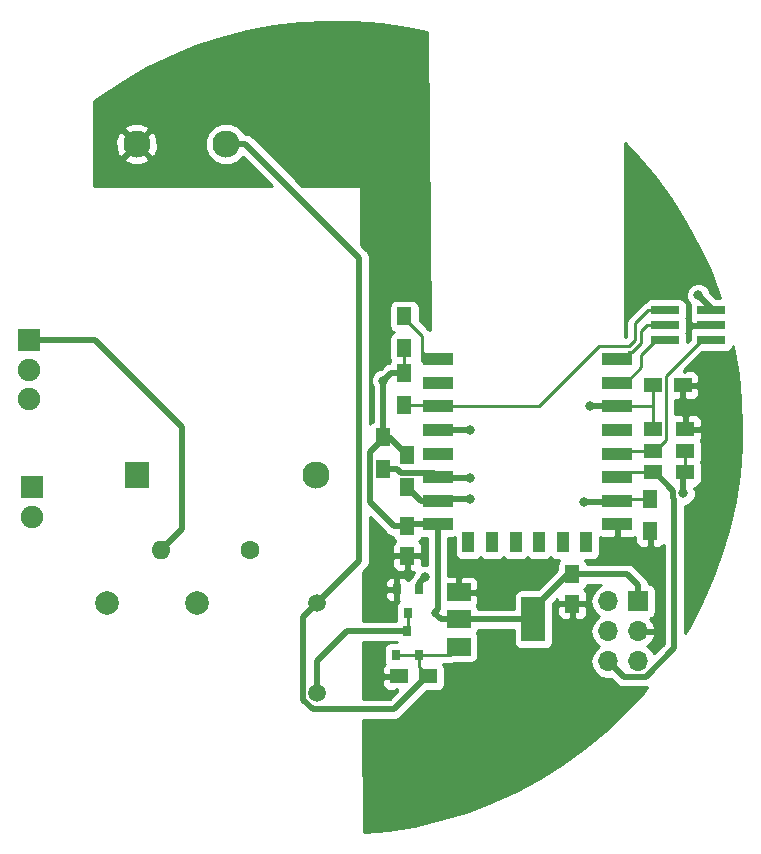
<source format=gbr>
G04 #@! TF.GenerationSoftware,KiCad,Pcbnew,(5.0.2)-1*
G04 #@! TF.CreationDate,2020-01-19T23:31:25+01:00*
G04 #@! TF.ProjectId,loftrelayRound,6c6f6674-7265-46c6-9179-526f756e642e,rev?*
G04 #@! TF.SameCoordinates,Original*
G04 #@! TF.FileFunction,Copper,L1,Top*
G04 #@! TF.FilePolarity,Positive*
%FSLAX46Y46*%
G04 Gerber Fmt 4.6, Leading zero omitted, Abs format (unit mm)*
G04 Created by KiCad (PCBNEW (5.0.2)-1) date 19/01/2020 23:31:25*
%MOMM*%
%LPD*%
G01*
G04 APERTURE LIST*
G04 #@! TA.AperFunction,ComponentPad*
%ADD10O,1.600000X1.600000*%
G04 #@! TD*
G04 #@! TA.AperFunction,ComponentPad*
%ADD11C,1.600000*%
G04 #@! TD*
G04 #@! TA.AperFunction,SMDPad,CuDef*
%ADD12R,1.500000X1.250000*%
G04 #@! TD*
G04 #@! TA.AperFunction,SMDPad,CuDef*
%ADD13R,1.250000X1.500000*%
G04 #@! TD*
G04 #@! TA.AperFunction,SMDPad,CuDef*
%ADD14R,1.300000X1.500000*%
G04 #@! TD*
G04 #@! TA.AperFunction,SMDPad,CuDef*
%ADD15R,1.500000X1.300000*%
G04 #@! TD*
G04 #@! TA.AperFunction,SMDPad,CuDef*
%ADD16R,2.500000X1.000000*%
G04 #@! TD*
G04 #@! TA.AperFunction,SMDPad,CuDef*
%ADD17R,1.000000X1.800000*%
G04 #@! TD*
G04 #@! TA.AperFunction,SMDPad,CuDef*
%ADD18R,0.800000X0.900000*%
G04 #@! TD*
G04 #@! TA.AperFunction,ComponentPad*
%ADD19C,1.520000*%
G04 #@! TD*
G04 #@! TA.AperFunction,ComponentPad*
%ADD20C,2.000000*%
G04 #@! TD*
G04 #@! TA.AperFunction,ComponentPad*
%ADD21C,2.300000*%
G04 #@! TD*
G04 #@! TA.AperFunction,ComponentPad*
%ADD22R,2.000000X2.300000*%
G04 #@! TD*
G04 #@! TA.AperFunction,SMDPad,CuDef*
%ADD23R,2.000000X3.800000*%
G04 #@! TD*
G04 #@! TA.AperFunction,SMDPad,CuDef*
%ADD24R,2.000000X1.500000*%
G04 #@! TD*
G04 #@! TA.AperFunction,SMDPad,CuDef*
%ADD25R,2.400000X0.740000*%
G04 #@! TD*
G04 #@! TA.AperFunction,ComponentPad*
%ADD26C,1.900000*%
G04 #@! TD*
G04 #@! TA.AperFunction,ComponentPad*
%ADD27R,1.900000X1.900000*%
G04 #@! TD*
G04 #@! TA.AperFunction,ComponentPad*
%ADD28O,1.700000X1.700000*%
G04 #@! TD*
G04 #@! TA.AperFunction,ComponentPad*
%ADD29R,1.700000X1.700000*%
G04 #@! TD*
G04 #@! TA.AperFunction,ViaPad*
%ADD30C,0.800000*%
G04 #@! TD*
G04 #@! TA.AperFunction,Conductor*
%ADD31C,0.508000*%
G04 #@! TD*
G04 #@! TA.AperFunction,Conductor*
%ADD32C,0.254000*%
G04 #@! TD*
G04 APERTURE END LIST*
D10*
G04 #@! TO.P,C1,2*
G04 #@! TO.N,Net-(C1-Pad2)*
X134105000Y-128270000D03*
D11*
G04 #@! TO.P,C1,1*
G04 #@! TO.N,Net-(C1-Pad1)*
X141605000Y-128270000D03*
G04 #@! TD*
D12*
G04 #@! TO.P,C2,2*
G04 #@! TO.N,GNDD*
X154218000Y-138938000D03*
G04 #@! TO.P,C2,1*
G04 #@! TO.N,+5V*
X156718000Y-138938000D03*
G04 #@! TD*
D13*
G04 #@! TO.P,C3,1*
G04 #@! TO.N,+3V3*
X154940000Y-126238000D03*
G04 #@! TO.P,C3,2*
G04 #@! TO.N,GNDD*
X154940000Y-128738000D03*
G04 #@! TD*
G04 #@! TO.P,C4,2*
G04 #@! TO.N,GNDD*
X168910000Y-132802000D03*
G04 #@! TO.P,C4,1*
G04 #@! TO.N,+3V3*
X168910000Y-130302000D03*
G04 #@! TD*
D14*
G04 #@! TO.P,R3,2*
G04 #@! TO.N,+3V3*
X154686000Y-113284000D03*
G04 #@! TO.P,R3,1*
G04 #@! TO.N,/EN*
X154686000Y-115984000D03*
G04 #@! TD*
G04 #@! TO.P,R4,1*
G04 #@! TO.N,Net-(R4-Pad1)*
X154686000Y-108458000D03*
G04 #@! TO.P,R4,2*
G04 #@! TO.N,+3V3*
X154686000Y-111158000D03*
G04 #@! TD*
D15*
G04 #@! TO.P,R5,1*
G04 #@! TO.N,/D0*
X175768000Y-119888000D03*
G04 #@! TO.P,R5,2*
G04 #@! TO.N,+3V3*
X178468000Y-119888000D03*
G04 #@! TD*
D14*
G04 #@! TO.P,R6,2*
G04 #@! TO.N,Net-(Q1-Pad1)*
X175514000Y-123952000D03*
G04 #@! TO.P,R6,1*
G04 #@! TO.N,GNDD*
X175514000Y-126652000D03*
G04 #@! TD*
D15*
G04 #@! TO.P,R7,1*
G04 #@! TO.N,Net-(J3-Pad6)*
X175768000Y-121666000D03*
G04 #@! TO.P,R7,2*
G04 #@! TO.N,+3V3*
X178468000Y-121666000D03*
G04 #@! TD*
D16*
G04 #@! TO.P,U4,1*
G04 #@! TO.N,Net-(R4-Pad1)*
X157500000Y-112070000D03*
G04 #@! TO.P,U4,2*
G04 #@! TO.N,N/C*
X157500000Y-114070000D03*
G04 #@! TO.P,U4,3*
G04 #@! TO.N,/EN*
X157500000Y-116070000D03*
G04 #@! TO.P,U4,4*
G04 #@! TO.N,Net-(J3-Pad2)*
X157500000Y-118070000D03*
G04 #@! TO.P,U4,5*
G04 #@! TO.N,N/C*
X157500000Y-120070000D03*
G04 #@! TO.P,U4,6*
G04 #@! TO.N,Net-(J3-Pad4)*
X157500000Y-122070000D03*
G04 #@! TO.P,U4,7*
G04 #@! TO.N,Net-(J3-Pad5)*
X157500000Y-124070000D03*
G04 #@! TO.P,U4,8*
G04 #@! TO.N,+3V3*
X157500000Y-126070000D03*
D17*
G04 #@! TO.P,U4,9*
G04 #@! TO.N,N/C*
X160100000Y-127570000D03*
G04 #@! TO.P,U4,10*
X162100000Y-127570000D03*
G04 #@! TO.P,U4,11*
X164100000Y-127570000D03*
G04 #@! TO.P,U4,12*
X166100000Y-127570000D03*
G04 #@! TO.P,U4,13*
X168100000Y-127570000D03*
G04 #@! TO.P,U4,14*
X170100000Y-127570000D03*
D16*
G04 #@! TO.P,U4,15*
G04 #@! TO.N,GNDD*
X172700000Y-126070000D03*
G04 #@! TO.P,U4,16*
G04 #@! TO.N,Net-(Q1-Pad1)*
X172700000Y-124070000D03*
G04 #@! TO.P,U4,17*
G04 #@! TO.N,Net-(J3-Pad6)*
X172700000Y-122070000D03*
G04 #@! TO.P,U4,18*
G04 #@! TO.N,/D0*
X172700000Y-120070000D03*
G04 #@! TO.P,U4,19*
G04 #@! TO.N,N/C*
X172700000Y-118070000D03*
G04 #@! TO.P,U4,20*
G04 #@! TO.N,/Opto*
X172700000Y-116070000D03*
G04 #@! TO.P,U4,21*
G04 #@! TO.N,/RX*
X172700000Y-114070000D03*
G04 #@! TO.P,U4,22*
G04 #@! TO.N,/TX*
X172700000Y-112070000D03*
G04 #@! TD*
D18*
G04 #@! TO.P,Q1,3*
G04 #@! TO.N,Net-(D1-Pad3)*
X155006000Y-133572000D03*
G04 #@! TO.P,Q1,2*
G04 #@! TO.N,GNDD*
X154056000Y-131572000D03*
G04 #@! TO.P,Q1,1*
G04 #@! TO.N,Net-(Q1-Pad1)*
X155956000Y-131572000D03*
G04 #@! TD*
D19*
G04 #@! TO.P,K1,5*
G04 #@! TO.N,Net-(D1-Pad3)*
X147320000Y-140335000D03*
D20*
G04 #@! TO.P,K1,3*
G04 #@! TO.N,Net-(J2-Pad2)*
X129540000Y-132715000D03*
G04 #@! TO.P,K1,2*
G04 #@! TO.N,Net-(F1-Pad1)*
X137160000Y-132715000D03*
D19*
G04 #@! TO.P,K1,1*
G04 #@! TO.N,+5V*
X147320000Y-132715000D03*
G04 #@! TD*
D12*
G04 #@! TO.P,C5,2*
G04 #@! TO.N,GNDD*
X178268000Y-114300000D03*
G04 #@! TO.P,C5,1*
G04 #@! TO.N,/Opto*
X175768000Y-114300000D03*
G04 #@! TD*
D21*
G04 #@! TO.P,PS1,3*
G04 #@! TO.N,GNDD*
X132010001Y-93874999D03*
D22*
G04 #@! TO.P,PS1,1*
G04 #@! TO.N,Net-(D2-Pad2)*
X132010001Y-121874999D03*
D21*
G04 #@! TO.P,PS1,2*
G04 #@! TO.N,Net-(F1-Pad1)*
X147210001Y-121874999D03*
G04 #@! TO.P,PS1,4*
G04 #@! TO.N,+5V*
X139610001Y-93874999D03*
G04 #@! TD*
D15*
G04 #@! TO.P,R8,2*
G04 #@! TO.N,/Opto*
X175768000Y-118000000D03*
G04 #@! TO.P,R8,1*
G04 #@! TO.N,GNDD*
X178468000Y-118000000D03*
G04 #@! TD*
D23*
G04 #@! TO.P,U1,2*
G04 #@! TO.N,+3V3*
X165608000Y-134112000D03*
D24*
X159308000Y-134112000D03*
G04 #@! TO.P,U1,3*
G04 #@! TO.N,+5V*
X159308000Y-136412000D03*
G04 #@! TO.P,U1,1*
G04 #@! TO.N,GNDD*
X159308000Y-131812000D03*
G04 #@! TD*
D18*
G04 #@! TO.P,D1,1*
G04 #@! TO.N,+5V*
X153990000Y-137128000D03*
G04 #@! TO.P,D1,2*
X155890000Y-137128000D03*
G04 #@! TO.P,D1,3*
G04 #@! TO.N,Net-(D1-Pad3)*
X154940000Y-135128000D03*
G04 #@! TD*
D25*
G04 #@! TO.P,J4,6*
G04 #@! TO.N,/D0*
X180684000Y-110490000D03*
G04 #@! TO.P,J4,5*
G04 #@! TO.N,/RX*
X176784000Y-110490000D03*
G04 #@! TO.P,J4,4*
G04 #@! TO.N,GNDD*
X180684000Y-109220000D03*
G04 #@! TO.P,J4,3*
G04 #@! TO.N,/TX*
X176784000Y-109220000D03*
G04 #@! TO.P,J4,2*
G04 #@! TO.N,+3V3*
X180684000Y-107950000D03*
G04 #@! TO.P,J4,1*
G04 #@! TO.N,/EN*
X176784000Y-107950000D03*
G04 #@! TD*
D26*
G04 #@! TO.P,J1,3*
G04 #@! TO.N,Net-(D2-Pad2)*
X122936000Y-115490000D03*
G04 #@! TO.P,J1,2*
G04 #@! TO.N,Net-(F1-Pad2)*
X122936000Y-112990000D03*
D27*
G04 #@! TO.P,J1,1*
G04 #@! TO.N,Net-(C1-Pad2)*
X122936000Y-110490000D03*
G04 #@! TD*
D26*
G04 #@! TO.P,J2,2*
G04 #@! TO.N,Net-(J2-Pad2)*
X123190000Y-125436000D03*
D27*
G04 #@! TO.P,J2,1*
G04 #@! TO.N,Net-(D2-Pad2)*
X123190000Y-122936000D03*
G04 #@! TD*
D28*
G04 #@! TO.P,J3,6*
G04 #@! TO.N,Net-(J3-Pad6)*
X171958000Y-137668000D03*
G04 #@! TO.P,J3,5*
G04 #@! TO.N,Net-(J3-Pad5)*
X174498000Y-137668000D03*
G04 #@! TO.P,J3,4*
G04 #@! TO.N,Net-(J3-Pad4)*
X171958000Y-135128000D03*
G04 #@! TO.P,J3,3*
G04 #@! TO.N,GNDD*
X174498000Y-135128000D03*
G04 #@! TO.P,J3,2*
G04 #@! TO.N,Net-(J3-Pad2)*
X171958000Y-132588000D03*
D29*
G04 #@! TO.P,J3,1*
G04 #@! TO.N,+3V3*
X174498000Y-132588000D03*
G04 #@! TD*
D14*
G04 #@! TO.P,R9,2*
G04 #@! TO.N,+3V3*
X152908000Y-118712000D03*
G04 #@! TO.P,R9,1*
G04 #@! TO.N,Net-(J3-Pad4)*
X152908000Y-121412000D03*
G04 #@! TD*
G04 #@! TO.P,R10,1*
G04 #@! TO.N,Net-(J3-Pad5)*
X154940000Y-122936000D03*
G04 #@! TO.P,R10,2*
G04 #@! TO.N,+3V3*
X154940000Y-120236000D03*
G04 #@! TD*
D30*
G04 #@! TO.N,GNDD*
X161544000Y-132588000D03*
X175910453Y-128609793D03*
X182118000Y-112014000D03*
X178054000Y-106426000D03*
X152654000Y-128016000D03*
X152400000Y-137668000D03*
X167386000Y-137922000D03*
G04 #@! TO.N,+3V3*
X178308000Y-123444000D03*
X179578000Y-106680000D03*
X152908000Y-113904000D03*
G04 #@! TO.N,Net-(J3-Pad2)*
X160274000Y-118110000D03*
G04 #@! TO.N,/Opto*
X170434000Y-116078000D03*
G04 #@! TO.N,Net-(Q1-Pad1)*
X156464000Y-130556000D03*
X169926000Y-124206000D03*
G04 #@! TO.N,Net-(J3-Pad5)*
X160274000Y-123952000D03*
G04 #@! TO.N,Net-(J3-Pad4)*
X160274000Y-122174000D03*
G04 #@! TD*
D31*
G04 #@! TO.N,Net-(C1-Pad2)*
X135890000Y-126485000D02*
X134105000Y-128270000D01*
X135890000Y-117856000D02*
X135890000Y-126485000D01*
X122936000Y-110490000D02*
X128524000Y-110490000D01*
X128524000Y-110490000D02*
X135890000Y-117856000D01*
D32*
G04 #@! TO.N,+3V3*
X154686000Y-111158000D02*
X154686000Y-113284000D01*
X178468000Y-119888000D02*
X178468000Y-121666000D01*
D31*
X155108000Y-126070000D02*
X154940000Y-126238000D01*
X157500000Y-126070000D02*
X155108000Y-126070000D01*
X159308000Y-134112000D02*
X165608000Y-134112000D01*
X168518000Y-130302000D02*
X168910000Y-130302000D01*
X165608000Y-133212000D02*
X168518000Y-130302000D01*
X165608000Y-134112000D02*
X165608000Y-133212000D01*
X157800000Y-134112000D02*
X157226000Y-133538000D01*
X159308000Y-134112000D02*
X157800000Y-134112000D01*
X157500000Y-133264000D02*
X157500000Y-126070000D01*
X157226000Y-133538000D02*
X157500000Y-133264000D01*
X174498000Y-131230000D02*
X174498000Y-132588000D01*
X173570000Y-130302000D02*
X174498000Y-131230000D01*
X168910000Y-130302000D02*
X173570000Y-130302000D01*
X153416000Y-118712000D02*
X154940000Y-120236000D01*
X152908000Y-118712000D02*
X153416000Y-118712000D01*
X153528000Y-113284000D02*
X154686000Y-113284000D01*
X152908000Y-113904000D02*
X153528000Y-113284000D01*
X152908000Y-118712000D02*
X152908000Y-113904000D01*
X152908000Y-118812000D02*
X152908000Y-118712000D01*
X151750000Y-119970000D02*
X152908000Y-118812000D01*
X151750000Y-124181000D02*
X151750000Y-119970000D01*
X153807000Y-126238000D02*
X151750000Y-124181000D01*
X154940000Y-126238000D02*
X153807000Y-126238000D01*
X178308000Y-121826000D02*
X178468000Y-121666000D01*
X178308000Y-123444000D02*
X178308000Y-121826000D01*
X180684000Y-107950000D02*
X180684000Y-107786000D01*
X180684000Y-107786000D02*
X179578000Y-106680000D01*
G04 #@! TO.N,Net-(J3-Pad2)*
X157540000Y-118110000D02*
X157500000Y-118070000D01*
X160274000Y-118110000D02*
X157540000Y-118110000D01*
D32*
G04 #@! TO.N,/Opto*
X175768000Y-114300000D02*
X175220000Y-114300000D01*
X175760000Y-116070000D02*
X175768000Y-116078000D01*
X172700000Y-116070000D02*
X175760000Y-116070000D01*
X175768000Y-114300000D02*
X175768000Y-116078000D01*
X175768000Y-116078000D02*
X175768000Y-118000000D01*
D31*
X172700000Y-116070000D02*
X170442000Y-116070000D01*
X170442000Y-116070000D02*
X170434000Y-116078000D01*
D32*
G04 #@! TO.N,Net-(R4-Pad1)*
X156774000Y-112070000D02*
X156210000Y-111506000D01*
X157500000Y-112070000D02*
X156774000Y-112070000D01*
X154686000Y-108558000D02*
X156210000Y-110082000D01*
X154686000Y-108458000D02*
X154686000Y-108558000D01*
X156210000Y-110082000D02*
X156210000Y-112268000D01*
X157302000Y-112268000D02*
X157500000Y-112070000D01*
X156210000Y-112268000D02*
X157302000Y-112268000D01*
G04 #@! TO.N,Net-(Q1-Pad1)*
X172818000Y-123952000D02*
X172700000Y-124070000D01*
X175514000Y-123952000D02*
X172818000Y-123952000D01*
D31*
X155956000Y-131572000D02*
X155956000Y-131064000D01*
X155956000Y-131064000D02*
X156464000Y-130556000D01*
X172564000Y-124206000D02*
X172700000Y-124070000D01*
X169926000Y-124206000D02*
X172564000Y-124206000D01*
D32*
G04 #@! TO.N,Net-(J3-Pad6)*
X173104000Y-121666000D02*
X172700000Y-122070000D01*
X175768000Y-121666000D02*
X173104000Y-121666000D01*
G04 #@! TO.N,+5V*
X153990000Y-137128000D02*
X156178000Y-137128000D01*
X156178000Y-137128000D02*
X155890000Y-137128000D01*
X155890000Y-138110000D02*
X156718000Y-138938000D01*
X155890000Y-137128000D02*
X155890000Y-138110000D01*
X158592000Y-137128000D02*
X159308000Y-136412000D01*
X155890000Y-137128000D02*
X158592000Y-137128000D01*
D31*
X146105999Y-140917721D02*
X146920278Y-141732000D01*
X147320000Y-132715000D02*
X146105999Y-133929001D01*
X146105999Y-133929001D02*
X146105999Y-140917721D01*
X156593000Y-138938000D02*
X156718000Y-138938000D01*
X153799000Y-141732000D02*
X156593000Y-138938000D01*
X146920278Y-141732000D02*
X153799000Y-141732000D01*
X141236346Y-93874999D02*
X150876000Y-103514653D01*
X139610001Y-93874999D02*
X141236346Y-93874999D01*
X150876000Y-129159000D02*
X147320000Y-132715000D01*
X150876000Y-103514653D02*
X150876000Y-129159000D01*
D32*
G04 #@! TO.N,/TX*
X172700000Y-112070000D02*
X173172000Y-112070000D01*
X173172000Y-112070000D02*
X173736000Y-111506000D01*
X173736000Y-111506000D02*
X173990000Y-111506000D01*
X173990000Y-111506000D02*
X174752000Y-110744000D01*
X174752000Y-110744000D02*
X174752000Y-109728000D01*
X175260000Y-109220000D02*
X176784000Y-109220000D01*
X174752000Y-109728000D02*
X175260000Y-109220000D01*
G04 #@! TO.N,/EN*
X175330000Y-107950000D02*
X174244000Y-109036000D01*
X176784000Y-107950000D02*
X175330000Y-107950000D01*
X174244000Y-109036000D02*
X174244000Y-110490000D01*
X174244000Y-110490000D02*
X173736000Y-110998000D01*
X173736000Y-110998000D02*
X171196000Y-110998000D01*
X166124000Y-116070000D02*
X157500000Y-116070000D01*
X171196000Y-110998000D02*
X166124000Y-116070000D01*
X157414000Y-115984000D02*
X157500000Y-116070000D01*
X154686000Y-115984000D02*
X157414000Y-115984000D01*
G04 #@! TO.N,Net-(D1-Pad3)*
X155006000Y-135062000D02*
X154940000Y-135128000D01*
X155006000Y-133572000D02*
X155006000Y-135062000D01*
D31*
X147320000Y-140335000D02*
X147320000Y-137668000D01*
X149860000Y-135128000D02*
X154940000Y-135128000D01*
X147320000Y-137668000D02*
X149860000Y-135128000D01*
D32*
G04 #@! TO.N,/D0*
X172882000Y-119888000D02*
X172700000Y-120070000D01*
X175768000Y-119888000D02*
X172882000Y-119888000D01*
X175868000Y-119888000D02*
X175768000Y-119888000D01*
X176845001Y-118910999D02*
X175868000Y-119888000D01*
X176845001Y-113498999D02*
X176845001Y-118910999D01*
X179854000Y-110490000D02*
X176845001Y-113498999D01*
X180684000Y-110490000D02*
X179854000Y-110490000D01*
G04 #@! TO.N,/RX*
X175954000Y-110490000D02*
X176784000Y-110490000D01*
X174752000Y-111692000D02*
X175954000Y-110490000D01*
X174752000Y-112768000D02*
X174752000Y-111692000D01*
X173450000Y-114070000D02*
X174752000Y-112768000D01*
X172700000Y-114070000D02*
X173450000Y-114070000D01*
D31*
G04 #@! TO.N,Net-(J3-Pad6)*
X175123921Y-138972001D02*
X177546000Y-136549922D01*
X171958000Y-137668000D02*
X173262001Y-138972001D01*
X177453999Y-123853921D02*
X177453999Y-123251999D01*
X177453999Y-123251999D02*
X175868000Y-121666000D01*
X177546000Y-123945922D02*
X177453999Y-123853921D01*
X175868000Y-121666000D02*
X175768000Y-121666000D01*
X177546000Y-136549922D02*
X177546000Y-123945922D01*
X173262001Y-138972001D02*
X175123921Y-138972001D01*
G04 #@! TO.N,Net-(J3-Pad5)*
X156074000Y-124070000D02*
X157500000Y-124070000D01*
X154940000Y-122936000D02*
X156074000Y-124070000D01*
X157618000Y-123952000D02*
X157500000Y-124070000D01*
X160274000Y-123952000D02*
X157618000Y-123952000D01*
G04 #@! TO.N,Net-(J3-Pad4)*
X157161999Y-121731999D02*
X157500000Y-122070000D01*
X154385999Y-121731999D02*
X157161999Y-121731999D01*
X154066000Y-121412000D02*
X154385999Y-121731999D01*
X152908000Y-121412000D02*
X154066000Y-121412000D01*
X157604000Y-122174000D02*
X157500000Y-122070000D01*
X160274000Y-122174000D02*
X157604000Y-122174000D01*
G04 #@! TD*
D32*
G04 #@! TO.N,GNDD*
G36*
X170887375Y-131517375D02*
X170559161Y-132008582D01*
X170443908Y-132588000D01*
X170559161Y-133167418D01*
X170887375Y-133658625D01*
X171185761Y-133858000D01*
X170887375Y-134057375D01*
X170559161Y-134548582D01*
X170443908Y-135128000D01*
X170559161Y-135707418D01*
X170887375Y-136198625D01*
X171185761Y-136398000D01*
X170887375Y-136597375D01*
X170559161Y-137088582D01*
X170443908Y-137668000D01*
X170559161Y-138247418D01*
X170887375Y-138738625D01*
X171378582Y-139066839D01*
X171811744Y-139153000D01*
X172104256Y-139153000D01*
X172172241Y-139139477D01*
X172571472Y-139538708D01*
X172621068Y-139612934D01*
X172915131Y-139809420D01*
X173174445Y-139861001D01*
X173174446Y-139861001D01*
X173262001Y-139878417D01*
X173349556Y-139861001D01*
X175036366Y-139861001D01*
X175123921Y-139878417D01*
X175211476Y-139861001D01*
X175211477Y-139861001D01*
X175222911Y-139858727D01*
X174858135Y-140310799D01*
X173312775Y-141985490D01*
X171659824Y-143554081D01*
X169906551Y-145009677D01*
X168060664Y-146345876D01*
X166130280Y-147556804D01*
X164123888Y-148637135D01*
X162050309Y-149582119D01*
X159918661Y-150387602D01*
X157738316Y-151050041D01*
X155518863Y-151566524D01*
X153270061Y-151934779D01*
X151254581Y-152128848D01*
X151210766Y-142621000D01*
X153711445Y-142621000D01*
X153799000Y-142638416D01*
X153886555Y-142621000D01*
X153886556Y-142621000D01*
X154145870Y-142569419D01*
X154439933Y-142372933D01*
X154489531Y-142298704D01*
X156577796Y-140210440D01*
X157468000Y-140210440D01*
X157715765Y-140161157D01*
X157925809Y-140020809D01*
X158066157Y-139810765D01*
X158115440Y-139563000D01*
X158115440Y-138313000D01*
X158066157Y-138065235D01*
X157949068Y-137890000D01*
X158516957Y-137890000D01*
X158592000Y-137904927D01*
X158667043Y-137890000D01*
X158667048Y-137890000D01*
X158889317Y-137845788D01*
X158943716Y-137809440D01*
X160308000Y-137809440D01*
X160555765Y-137760157D01*
X160765809Y-137619809D01*
X160906157Y-137409765D01*
X160955440Y-137162000D01*
X160955440Y-135662000D01*
X160906157Y-135414235D01*
X160804436Y-135262000D01*
X160906157Y-135109765D01*
X160927791Y-135001000D01*
X163960560Y-135001000D01*
X163960560Y-136012000D01*
X164009843Y-136259765D01*
X164150191Y-136469809D01*
X164360235Y-136610157D01*
X164608000Y-136659440D01*
X166608000Y-136659440D01*
X166855765Y-136610157D01*
X167065809Y-136469809D01*
X167206157Y-136259765D01*
X167255440Y-136012000D01*
X167255440Y-133087750D01*
X167650000Y-133087750D01*
X167650000Y-133678309D01*
X167746673Y-133911698D01*
X167925301Y-134090327D01*
X168158690Y-134187000D01*
X168624250Y-134187000D01*
X168783000Y-134028250D01*
X168783000Y-132929000D01*
X169037000Y-132929000D01*
X169037000Y-134028250D01*
X169195750Y-134187000D01*
X169661310Y-134187000D01*
X169894699Y-134090327D01*
X170073327Y-133911698D01*
X170170000Y-133678309D01*
X170170000Y-133087750D01*
X170011250Y-132929000D01*
X169037000Y-132929000D01*
X168783000Y-132929000D01*
X167808750Y-132929000D01*
X167650000Y-133087750D01*
X167255440Y-133087750D01*
X167255440Y-132821795D01*
X167650000Y-132427235D01*
X167650000Y-132516250D01*
X167808750Y-132675000D01*
X168783000Y-132675000D01*
X168783000Y-132655000D01*
X169037000Y-132655000D01*
X169037000Y-132675000D01*
X170011250Y-132675000D01*
X170170000Y-132516250D01*
X170170000Y-131925691D01*
X170073327Y-131692302D01*
X169931680Y-131550654D01*
X169992809Y-131509809D01*
X170133157Y-131299765D01*
X170154791Y-131191000D01*
X171375830Y-131191000D01*
X170887375Y-131517375D01*
X170887375Y-131517375D01*
G37*
X170887375Y-131517375D02*
X170559161Y-132008582D01*
X170443908Y-132588000D01*
X170559161Y-133167418D01*
X170887375Y-133658625D01*
X171185761Y-133858000D01*
X170887375Y-134057375D01*
X170559161Y-134548582D01*
X170443908Y-135128000D01*
X170559161Y-135707418D01*
X170887375Y-136198625D01*
X171185761Y-136398000D01*
X170887375Y-136597375D01*
X170559161Y-137088582D01*
X170443908Y-137668000D01*
X170559161Y-138247418D01*
X170887375Y-138738625D01*
X171378582Y-139066839D01*
X171811744Y-139153000D01*
X172104256Y-139153000D01*
X172172241Y-139139477D01*
X172571472Y-139538708D01*
X172621068Y-139612934D01*
X172915131Y-139809420D01*
X173174445Y-139861001D01*
X173174446Y-139861001D01*
X173262001Y-139878417D01*
X173349556Y-139861001D01*
X175036366Y-139861001D01*
X175123921Y-139878417D01*
X175211476Y-139861001D01*
X175211477Y-139861001D01*
X175222911Y-139858727D01*
X174858135Y-140310799D01*
X173312775Y-141985490D01*
X171659824Y-143554081D01*
X169906551Y-145009677D01*
X168060664Y-146345876D01*
X166130280Y-147556804D01*
X164123888Y-148637135D01*
X162050309Y-149582119D01*
X159918661Y-150387602D01*
X157738316Y-151050041D01*
X155518863Y-151566524D01*
X153270061Y-151934779D01*
X151254581Y-152128848D01*
X151210766Y-142621000D01*
X153711445Y-142621000D01*
X153799000Y-142638416D01*
X153886555Y-142621000D01*
X153886556Y-142621000D01*
X154145870Y-142569419D01*
X154439933Y-142372933D01*
X154489531Y-142298704D01*
X156577796Y-140210440D01*
X157468000Y-140210440D01*
X157715765Y-140161157D01*
X157925809Y-140020809D01*
X158066157Y-139810765D01*
X158115440Y-139563000D01*
X158115440Y-138313000D01*
X158066157Y-138065235D01*
X157949068Y-137890000D01*
X158516957Y-137890000D01*
X158592000Y-137904927D01*
X158667043Y-137890000D01*
X158667048Y-137890000D01*
X158889317Y-137845788D01*
X158943716Y-137809440D01*
X160308000Y-137809440D01*
X160555765Y-137760157D01*
X160765809Y-137619809D01*
X160906157Y-137409765D01*
X160955440Y-137162000D01*
X160955440Y-135662000D01*
X160906157Y-135414235D01*
X160804436Y-135262000D01*
X160906157Y-135109765D01*
X160927791Y-135001000D01*
X163960560Y-135001000D01*
X163960560Y-136012000D01*
X164009843Y-136259765D01*
X164150191Y-136469809D01*
X164360235Y-136610157D01*
X164608000Y-136659440D01*
X166608000Y-136659440D01*
X166855765Y-136610157D01*
X167065809Y-136469809D01*
X167206157Y-136259765D01*
X167255440Y-136012000D01*
X167255440Y-133087750D01*
X167650000Y-133087750D01*
X167650000Y-133678309D01*
X167746673Y-133911698D01*
X167925301Y-134090327D01*
X168158690Y-134187000D01*
X168624250Y-134187000D01*
X168783000Y-134028250D01*
X168783000Y-132929000D01*
X169037000Y-132929000D01*
X169037000Y-134028250D01*
X169195750Y-134187000D01*
X169661310Y-134187000D01*
X169894699Y-134090327D01*
X170073327Y-133911698D01*
X170170000Y-133678309D01*
X170170000Y-133087750D01*
X170011250Y-132929000D01*
X169037000Y-132929000D01*
X168783000Y-132929000D01*
X167808750Y-132929000D01*
X167650000Y-133087750D01*
X167255440Y-133087750D01*
X167255440Y-132821795D01*
X167650000Y-132427235D01*
X167650000Y-132516250D01*
X167808750Y-132675000D01*
X168783000Y-132675000D01*
X168783000Y-132655000D01*
X169037000Y-132655000D01*
X169037000Y-132675000D01*
X170011250Y-132675000D01*
X170170000Y-132516250D01*
X170170000Y-131925691D01*
X170073327Y-131692302D01*
X169931680Y-131550654D01*
X169992809Y-131509809D01*
X170133157Y-131299765D01*
X170154791Y-131191000D01*
X171375830Y-131191000D01*
X170887375Y-131517375D01*
G36*
X154078684Y-136030560D02*
X153590000Y-136030560D01*
X153342235Y-136079843D01*
X153132191Y-136220191D01*
X152991843Y-136430235D01*
X152942560Y-136678000D01*
X152942560Y-137578000D01*
X152991843Y-137825765D01*
X153018025Y-137864949D01*
X152929673Y-137953301D01*
X152833000Y-138186690D01*
X152833000Y-138652250D01*
X152991750Y-138811000D01*
X154091000Y-138811000D01*
X154091000Y-138791000D01*
X154345000Y-138791000D01*
X154345000Y-138811000D01*
X154365000Y-138811000D01*
X154365000Y-139065000D01*
X154345000Y-139065000D01*
X154345000Y-139085000D01*
X154091000Y-139085000D01*
X154091000Y-139065000D01*
X152991750Y-139065000D01*
X152833000Y-139223750D01*
X152833000Y-139689310D01*
X152929673Y-139922699D01*
X153108302Y-140101327D01*
X153341691Y-140198000D01*
X153932250Y-140198000D01*
X154090998Y-140039252D01*
X154090998Y-140182767D01*
X153430765Y-140843000D01*
X151202573Y-140843000D01*
X151180333Y-136017000D01*
X154069623Y-136017000D01*
X154078684Y-136030560D01*
X154078684Y-136030560D01*
G37*
X154078684Y-136030560D02*
X153590000Y-136030560D01*
X153342235Y-136079843D01*
X153132191Y-136220191D01*
X152991843Y-136430235D01*
X152942560Y-136678000D01*
X152942560Y-137578000D01*
X152991843Y-137825765D01*
X153018025Y-137864949D01*
X152929673Y-137953301D01*
X152833000Y-138186690D01*
X152833000Y-138652250D01*
X152991750Y-138811000D01*
X154091000Y-138811000D01*
X154091000Y-138791000D01*
X154345000Y-138791000D01*
X154345000Y-138811000D01*
X154365000Y-138811000D01*
X154365000Y-139065000D01*
X154345000Y-139065000D01*
X154345000Y-139085000D01*
X154091000Y-139085000D01*
X154091000Y-139065000D01*
X152991750Y-139065000D01*
X152833000Y-139223750D01*
X152833000Y-139689310D01*
X152929673Y-139922699D01*
X153108302Y-140101327D01*
X153341691Y-140198000D01*
X153932250Y-140198000D01*
X154090998Y-140039252D01*
X154090998Y-140182767D01*
X153430765Y-140843000D01*
X151202573Y-140843000D01*
X151180333Y-136017000D01*
X154069623Y-136017000D01*
X154078684Y-136030560D01*
G36*
X172827000Y-125943000D02*
X172847000Y-125943000D01*
X172847000Y-126197000D01*
X172827000Y-126197000D01*
X172827000Y-127046250D01*
X172985750Y-127205000D01*
X174076309Y-127205000D01*
X174229000Y-127141753D01*
X174229000Y-127528309D01*
X174325673Y-127761698D01*
X174504301Y-127940327D01*
X174737690Y-128037000D01*
X175228250Y-128037000D01*
X175387000Y-127878250D01*
X175387000Y-126779000D01*
X175367000Y-126779000D01*
X175367000Y-126525000D01*
X175387000Y-126525000D01*
X175387000Y-126505000D01*
X175641000Y-126505000D01*
X175641000Y-126525000D01*
X175661000Y-126525000D01*
X175661000Y-126779000D01*
X175641000Y-126779000D01*
X175641000Y-127878250D01*
X175799750Y-128037000D01*
X176290310Y-128037000D01*
X176523699Y-127940327D01*
X176657001Y-127807025D01*
X176657000Y-136181686D01*
X175838065Y-137000621D01*
X175568625Y-136597375D01*
X175249522Y-136384157D01*
X175379358Y-136323183D01*
X175769645Y-135894924D01*
X175939476Y-135484890D01*
X175818155Y-135255000D01*
X174625000Y-135255000D01*
X174625000Y-135275000D01*
X174371000Y-135275000D01*
X174371000Y-135255000D01*
X174351000Y-135255000D01*
X174351000Y-135001000D01*
X174371000Y-135001000D01*
X174371000Y-134981000D01*
X174625000Y-134981000D01*
X174625000Y-135001000D01*
X175818155Y-135001000D01*
X175939476Y-134771110D01*
X175769645Y-134361076D01*
X175492292Y-134056739D01*
X175595765Y-134036157D01*
X175805809Y-133895809D01*
X175946157Y-133685765D01*
X175995440Y-133438000D01*
X175995440Y-131738000D01*
X175946157Y-131490235D01*
X175805809Y-131280191D01*
X175595765Y-131139843D01*
X175377861Y-131096500D01*
X175335419Y-130883130D01*
X175138933Y-130589067D01*
X175064707Y-130539471D01*
X174260531Y-129735296D01*
X174210933Y-129661067D01*
X173916870Y-129464581D01*
X173657556Y-129413000D01*
X173657555Y-129413000D01*
X173570000Y-129395584D01*
X173482445Y-129413000D01*
X170154791Y-129413000D01*
X170133157Y-129304235D01*
X170008344Y-129117440D01*
X170600000Y-129117440D01*
X170847765Y-129068157D01*
X171057809Y-128927809D01*
X171198157Y-128717765D01*
X171247440Y-128470000D01*
X171247440Y-127173416D01*
X171323691Y-127205000D01*
X172414250Y-127205000D01*
X172573000Y-127046250D01*
X172573000Y-126197000D01*
X172553000Y-126197000D01*
X172553000Y-125943000D01*
X172573000Y-125943000D01*
X172573000Y-125923000D01*
X172827000Y-125923000D01*
X172827000Y-125943000D01*
X172827000Y-125943000D01*
G37*
X172827000Y-125943000D02*
X172847000Y-125943000D01*
X172847000Y-126197000D01*
X172827000Y-126197000D01*
X172827000Y-127046250D01*
X172985750Y-127205000D01*
X174076309Y-127205000D01*
X174229000Y-127141753D01*
X174229000Y-127528309D01*
X174325673Y-127761698D01*
X174504301Y-127940327D01*
X174737690Y-128037000D01*
X175228250Y-128037000D01*
X175387000Y-127878250D01*
X175387000Y-126779000D01*
X175367000Y-126779000D01*
X175367000Y-126525000D01*
X175387000Y-126525000D01*
X175387000Y-126505000D01*
X175641000Y-126505000D01*
X175641000Y-126525000D01*
X175661000Y-126525000D01*
X175661000Y-126779000D01*
X175641000Y-126779000D01*
X175641000Y-127878250D01*
X175799750Y-128037000D01*
X176290310Y-128037000D01*
X176523699Y-127940327D01*
X176657001Y-127807025D01*
X176657000Y-136181686D01*
X175838065Y-137000621D01*
X175568625Y-136597375D01*
X175249522Y-136384157D01*
X175379358Y-136323183D01*
X175769645Y-135894924D01*
X175939476Y-135484890D01*
X175818155Y-135255000D01*
X174625000Y-135255000D01*
X174625000Y-135275000D01*
X174371000Y-135275000D01*
X174371000Y-135255000D01*
X174351000Y-135255000D01*
X174351000Y-135001000D01*
X174371000Y-135001000D01*
X174371000Y-134981000D01*
X174625000Y-134981000D01*
X174625000Y-135001000D01*
X175818155Y-135001000D01*
X175939476Y-134771110D01*
X175769645Y-134361076D01*
X175492292Y-134056739D01*
X175595765Y-134036157D01*
X175805809Y-133895809D01*
X175946157Y-133685765D01*
X175995440Y-133438000D01*
X175995440Y-131738000D01*
X175946157Y-131490235D01*
X175805809Y-131280191D01*
X175595765Y-131139843D01*
X175377861Y-131096500D01*
X175335419Y-130883130D01*
X175138933Y-130589067D01*
X175064707Y-130539471D01*
X174260531Y-129735296D01*
X174210933Y-129661067D01*
X173916870Y-129464581D01*
X173657556Y-129413000D01*
X173657555Y-129413000D01*
X173570000Y-129395584D01*
X173482445Y-129413000D01*
X170154791Y-129413000D01*
X170133157Y-129304235D01*
X170008344Y-129117440D01*
X170600000Y-129117440D01*
X170847765Y-129068157D01*
X171057809Y-128927809D01*
X171198157Y-128717765D01*
X171247440Y-128470000D01*
X171247440Y-127173416D01*
X171323691Y-127205000D01*
X172414250Y-127205000D01*
X172573000Y-127046250D01*
X172573000Y-126197000D01*
X172553000Y-126197000D01*
X172553000Y-125943000D01*
X172573000Y-125943000D01*
X172573000Y-125923000D01*
X172827000Y-125923000D01*
X172827000Y-125943000D01*
G36*
X182531019Y-111063505D02*
X182907122Y-113311009D01*
X183133447Y-115578497D01*
X183209000Y-117856000D01*
X183167973Y-119534722D01*
X182981255Y-121805815D01*
X182644434Y-124059540D01*
X182158989Y-126285988D01*
X181527057Y-128475369D01*
X180751415Y-130618056D01*
X179835475Y-132704627D01*
X178783263Y-134725907D01*
X178435000Y-135298699D01*
X178435000Y-124479000D01*
X178513874Y-124479000D01*
X178894280Y-124321431D01*
X179185431Y-124030280D01*
X179343000Y-123649874D01*
X179343000Y-123238126D01*
X179228367Y-122961378D01*
X179465765Y-122914157D01*
X179675809Y-122773809D01*
X179816157Y-122563765D01*
X179865440Y-122316000D01*
X179865440Y-121016000D01*
X179817900Y-120777000D01*
X179865440Y-120538000D01*
X179865440Y-119238000D01*
X179816157Y-118990235D01*
X179784200Y-118942408D01*
X179853000Y-118776310D01*
X179853000Y-118285750D01*
X179694250Y-118127000D01*
X178595000Y-118127000D01*
X178595000Y-118147000D01*
X178341000Y-118147000D01*
X178341000Y-118127000D01*
X178321000Y-118127000D01*
X178321000Y-117873000D01*
X178341000Y-117873000D01*
X178341000Y-116873750D01*
X178595000Y-116873750D01*
X178595000Y-117873000D01*
X179694250Y-117873000D01*
X179853000Y-117714250D01*
X179853000Y-117223690D01*
X179756327Y-116990301D01*
X179577698Y-116811673D01*
X179344309Y-116715000D01*
X178753750Y-116715000D01*
X178595000Y-116873750D01*
X178341000Y-116873750D01*
X178182250Y-116715000D01*
X177607001Y-116715000D01*
X177607001Y-115560000D01*
X177982250Y-115560000D01*
X178141000Y-115401250D01*
X178141000Y-114427000D01*
X178395000Y-114427000D01*
X178395000Y-115401250D01*
X178553750Y-115560000D01*
X179144309Y-115560000D01*
X179377698Y-115463327D01*
X179556327Y-115284699D01*
X179653000Y-115051310D01*
X179653000Y-114585750D01*
X179494250Y-114427000D01*
X178395000Y-114427000D01*
X178141000Y-114427000D01*
X178121000Y-114427000D01*
X178121000Y-114173000D01*
X178141000Y-114173000D01*
X178141000Y-114153000D01*
X178395000Y-114153000D01*
X178395000Y-114173000D01*
X179494250Y-114173000D01*
X179653000Y-114014250D01*
X179653000Y-113548690D01*
X179556327Y-113315301D01*
X179377698Y-113136673D01*
X179144309Y-113040000D01*
X178553750Y-113040000D01*
X178395002Y-113198748D01*
X178395002Y-113040000D01*
X178381630Y-113040000D01*
X179914191Y-111507440D01*
X181884000Y-111507440D01*
X182131765Y-111458157D01*
X182341809Y-111317809D01*
X182482157Y-111107765D01*
X182509265Y-110971481D01*
X182531019Y-111063505D01*
X182531019Y-111063505D01*
G37*
X182531019Y-111063505D02*
X182907122Y-113311009D01*
X183133447Y-115578497D01*
X183209000Y-117856000D01*
X183167973Y-119534722D01*
X182981255Y-121805815D01*
X182644434Y-124059540D01*
X182158989Y-126285988D01*
X181527057Y-128475369D01*
X180751415Y-130618056D01*
X179835475Y-132704627D01*
X178783263Y-134725907D01*
X178435000Y-135298699D01*
X178435000Y-124479000D01*
X178513874Y-124479000D01*
X178894280Y-124321431D01*
X179185431Y-124030280D01*
X179343000Y-123649874D01*
X179343000Y-123238126D01*
X179228367Y-122961378D01*
X179465765Y-122914157D01*
X179675809Y-122773809D01*
X179816157Y-122563765D01*
X179865440Y-122316000D01*
X179865440Y-121016000D01*
X179817900Y-120777000D01*
X179865440Y-120538000D01*
X179865440Y-119238000D01*
X179816157Y-118990235D01*
X179784200Y-118942408D01*
X179853000Y-118776310D01*
X179853000Y-118285750D01*
X179694250Y-118127000D01*
X178595000Y-118127000D01*
X178595000Y-118147000D01*
X178341000Y-118147000D01*
X178341000Y-118127000D01*
X178321000Y-118127000D01*
X178321000Y-117873000D01*
X178341000Y-117873000D01*
X178341000Y-116873750D01*
X178595000Y-116873750D01*
X178595000Y-117873000D01*
X179694250Y-117873000D01*
X179853000Y-117714250D01*
X179853000Y-117223690D01*
X179756327Y-116990301D01*
X179577698Y-116811673D01*
X179344309Y-116715000D01*
X178753750Y-116715000D01*
X178595000Y-116873750D01*
X178341000Y-116873750D01*
X178182250Y-116715000D01*
X177607001Y-116715000D01*
X177607001Y-115560000D01*
X177982250Y-115560000D01*
X178141000Y-115401250D01*
X178141000Y-114427000D01*
X178395000Y-114427000D01*
X178395000Y-115401250D01*
X178553750Y-115560000D01*
X179144309Y-115560000D01*
X179377698Y-115463327D01*
X179556327Y-115284699D01*
X179653000Y-115051310D01*
X179653000Y-114585750D01*
X179494250Y-114427000D01*
X178395000Y-114427000D01*
X178141000Y-114427000D01*
X178121000Y-114427000D01*
X178121000Y-114173000D01*
X178141000Y-114173000D01*
X178141000Y-114153000D01*
X178395000Y-114153000D01*
X178395000Y-114173000D01*
X179494250Y-114173000D01*
X179653000Y-114014250D01*
X179653000Y-113548690D01*
X179556327Y-113315301D01*
X179377698Y-113136673D01*
X179144309Y-113040000D01*
X178553750Y-113040000D01*
X178395002Y-113198748D01*
X178395002Y-113040000D01*
X178381630Y-113040000D01*
X179914191Y-111507440D01*
X181884000Y-111507440D01*
X182131765Y-111458157D01*
X182341809Y-111317809D01*
X182482157Y-111107765D01*
X182509265Y-110971481D01*
X182531019Y-111063505D01*
G36*
X153116471Y-126804707D02*
X153166067Y-126878933D01*
X153460130Y-127075419D01*
X153694210Y-127121981D01*
X153716843Y-127235765D01*
X153857191Y-127445809D01*
X153918320Y-127486654D01*
X153776673Y-127628302D01*
X153680000Y-127861691D01*
X153680000Y-128452250D01*
X153838750Y-128611000D01*
X154813000Y-128611000D01*
X154813000Y-128591000D01*
X155067000Y-128591000D01*
X155067000Y-128611000D01*
X156041250Y-128611000D01*
X156200000Y-128452250D01*
X156200000Y-127861691D01*
X156103327Y-127628302D01*
X155961680Y-127486654D01*
X156022809Y-127445809D01*
X156163157Y-127235765D01*
X156169969Y-127201521D01*
X156250000Y-127217440D01*
X156611001Y-127217440D01*
X156611001Y-129521000D01*
X156258126Y-129521000D01*
X156200000Y-129545077D01*
X156200000Y-129023750D01*
X156041250Y-128865000D01*
X155067000Y-128865000D01*
X155067000Y-129964250D01*
X155225750Y-130123000D01*
X155523078Y-130123000D01*
X155440569Y-130322196D01*
X155389294Y-130373471D01*
X155315068Y-130423067D01*
X155198931Y-130596878D01*
X155098191Y-130664191D01*
X155008987Y-130797694D01*
X154994327Y-130762302D01*
X154815699Y-130583673D01*
X154582310Y-130487000D01*
X154341750Y-130487000D01*
X154183000Y-130645750D01*
X154183000Y-131445000D01*
X154203000Y-131445000D01*
X154203000Y-131699000D01*
X154183000Y-131699000D01*
X154183000Y-132498250D01*
X154268531Y-132583781D01*
X154148191Y-132664191D01*
X154007843Y-132874235D01*
X153958560Y-133122000D01*
X153958560Y-134022000D01*
X154001724Y-134239000D01*
X151172140Y-134239000D01*
X151161167Y-131857750D01*
X153021000Y-131857750D01*
X153021000Y-132148309D01*
X153117673Y-132381698D01*
X153296301Y-132560327D01*
X153529690Y-132657000D01*
X153770250Y-132657000D01*
X153929000Y-132498250D01*
X153929000Y-131699000D01*
X153179750Y-131699000D01*
X153021000Y-131857750D01*
X151161167Y-131857750D01*
X151157195Y-130995691D01*
X153021000Y-130995691D01*
X153021000Y-131286250D01*
X153179750Y-131445000D01*
X153929000Y-131445000D01*
X153929000Y-130645750D01*
X153770250Y-130487000D01*
X153529690Y-130487000D01*
X153296301Y-130583673D01*
X153117673Y-130762302D01*
X153021000Y-130995691D01*
X151157195Y-130995691D01*
X151153246Y-130138990D01*
X151442707Y-129849529D01*
X151516933Y-129799933D01*
X151713419Y-129505870D01*
X151765000Y-129246556D01*
X151765000Y-129246552D01*
X151782415Y-129159001D01*
X151765000Y-129071450D01*
X151765000Y-129023750D01*
X153680000Y-129023750D01*
X153680000Y-129614309D01*
X153776673Y-129847698D01*
X153955301Y-130026327D01*
X154188690Y-130123000D01*
X154654250Y-130123000D01*
X154813000Y-129964250D01*
X154813000Y-128865000D01*
X153838750Y-128865000D01*
X153680000Y-129023750D01*
X151765000Y-129023750D01*
X151765000Y-125453235D01*
X153116471Y-126804707D01*
X153116471Y-126804707D01*
G37*
X153116471Y-126804707D02*
X153166067Y-126878933D01*
X153460130Y-127075419D01*
X153694210Y-127121981D01*
X153716843Y-127235765D01*
X153857191Y-127445809D01*
X153918320Y-127486654D01*
X153776673Y-127628302D01*
X153680000Y-127861691D01*
X153680000Y-128452250D01*
X153838750Y-128611000D01*
X154813000Y-128611000D01*
X154813000Y-128591000D01*
X155067000Y-128591000D01*
X155067000Y-128611000D01*
X156041250Y-128611000D01*
X156200000Y-128452250D01*
X156200000Y-127861691D01*
X156103327Y-127628302D01*
X155961680Y-127486654D01*
X156022809Y-127445809D01*
X156163157Y-127235765D01*
X156169969Y-127201521D01*
X156250000Y-127217440D01*
X156611001Y-127217440D01*
X156611001Y-129521000D01*
X156258126Y-129521000D01*
X156200000Y-129545077D01*
X156200000Y-129023750D01*
X156041250Y-128865000D01*
X155067000Y-128865000D01*
X155067000Y-129964250D01*
X155225750Y-130123000D01*
X155523078Y-130123000D01*
X155440569Y-130322196D01*
X155389294Y-130373471D01*
X155315068Y-130423067D01*
X155198931Y-130596878D01*
X155098191Y-130664191D01*
X155008987Y-130797694D01*
X154994327Y-130762302D01*
X154815699Y-130583673D01*
X154582310Y-130487000D01*
X154341750Y-130487000D01*
X154183000Y-130645750D01*
X154183000Y-131445000D01*
X154203000Y-131445000D01*
X154203000Y-131699000D01*
X154183000Y-131699000D01*
X154183000Y-132498250D01*
X154268531Y-132583781D01*
X154148191Y-132664191D01*
X154007843Y-132874235D01*
X153958560Y-133122000D01*
X153958560Y-134022000D01*
X154001724Y-134239000D01*
X151172140Y-134239000D01*
X151161167Y-131857750D01*
X153021000Y-131857750D01*
X153021000Y-132148309D01*
X153117673Y-132381698D01*
X153296301Y-132560327D01*
X153529690Y-132657000D01*
X153770250Y-132657000D01*
X153929000Y-132498250D01*
X153929000Y-131699000D01*
X153179750Y-131699000D01*
X153021000Y-131857750D01*
X151161167Y-131857750D01*
X151157195Y-130995691D01*
X153021000Y-130995691D01*
X153021000Y-131286250D01*
X153179750Y-131445000D01*
X153929000Y-131445000D01*
X153929000Y-130645750D01*
X153770250Y-130487000D01*
X153529690Y-130487000D01*
X153296301Y-130583673D01*
X153117673Y-130762302D01*
X153021000Y-130995691D01*
X151157195Y-130995691D01*
X151153246Y-130138990D01*
X151442707Y-129849529D01*
X151516933Y-129799933D01*
X151713419Y-129505870D01*
X151765000Y-129246556D01*
X151765000Y-129246552D01*
X151782415Y-129159001D01*
X151765000Y-129071450D01*
X151765000Y-129023750D01*
X153680000Y-129023750D01*
X153680000Y-129614309D01*
X153776673Y-129847698D01*
X153955301Y-130026327D01*
X154188690Y-130123000D01*
X154654250Y-130123000D01*
X154813000Y-129964250D01*
X154813000Y-128865000D01*
X153838750Y-128865000D01*
X153680000Y-129023750D01*
X151765000Y-129023750D01*
X151765000Y-125453235D01*
X153116471Y-126804707D01*
G36*
X158952560Y-128470000D02*
X159001843Y-128717765D01*
X159142191Y-128927809D01*
X159352235Y-129068157D01*
X159600000Y-129117440D01*
X160600000Y-129117440D01*
X160847765Y-129068157D01*
X161057809Y-128927809D01*
X161100000Y-128864666D01*
X161142191Y-128927809D01*
X161352235Y-129068157D01*
X161600000Y-129117440D01*
X162600000Y-129117440D01*
X162847765Y-129068157D01*
X163057809Y-128927809D01*
X163100000Y-128864666D01*
X163142191Y-128927809D01*
X163352235Y-129068157D01*
X163600000Y-129117440D01*
X164600000Y-129117440D01*
X164847765Y-129068157D01*
X165057809Y-128927809D01*
X165100000Y-128864666D01*
X165142191Y-128927809D01*
X165352235Y-129068157D01*
X165600000Y-129117440D01*
X166600000Y-129117440D01*
X166847765Y-129068157D01*
X167057809Y-128927809D01*
X167100000Y-128864666D01*
X167142191Y-128927809D01*
X167352235Y-129068157D01*
X167600000Y-129117440D01*
X167811656Y-129117440D01*
X167686843Y-129304235D01*
X167637560Y-129552000D01*
X167637560Y-129925204D01*
X165998205Y-131564560D01*
X164608000Y-131564560D01*
X164360235Y-131613843D01*
X164150191Y-131754191D01*
X164009843Y-131964235D01*
X163960560Y-132212000D01*
X163960560Y-133223000D01*
X160927791Y-133223000D01*
X160906157Y-133114235D01*
X160805073Y-132962953D01*
X160846327Y-132921699D01*
X160943000Y-132688310D01*
X160943000Y-132097750D01*
X160784250Y-131939000D01*
X159435000Y-131939000D01*
X159435000Y-131959000D01*
X159181000Y-131959000D01*
X159181000Y-131939000D01*
X159161000Y-131939000D01*
X159161000Y-131685000D01*
X159181000Y-131685000D01*
X159181000Y-130585750D01*
X159435000Y-130585750D01*
X159435000Y-131685000D01*
X160784250Y-131685000D01*
X160943000Y-131526250D01*
X160943000Y-130935690D01*
X160846327Y-130702301D01*
X160667698Y-130523673D01*
X160434309Y-130427000D01*
X159593750Y-130427000D01*
X159435000Y-130585750D01*
X159181000Y-130585750D01*
X159022250Y-130427000D01*
X158389000Y-130427000D01*
X158389000Y-127217440D01*
X158750000Y-127217440D01*
X158952560Y-127177149D01*
X158952560Y-128470000D01*
X158952560Y-128470000D01*
G37*
X158952560Y-128470000D02*
X159001843Y-128717765D01*
X159142191Y-128927809D01*
X159352235Y-129068157D01*
X159600000Y-129117440D01*
X160600000Y-129117440D01*
X160847765Y-129068157D01*
X161057809Y-128927809D01*
X161100000Y-128864666D01*
X161142191Y-128927809D01*
X161352235Y-129068157D01*
X161600000Y-129117440D01*
X162600000Y-129117440D01*
X162847765Y-129068157D01*
X163057809Y-128927809D01*
X163100000Y-128864666D01*
X163142191Y-128927809D01*
X163352235Y-129068157D01*
X163600000Y-129117440D01*
X164600000Y-129117440D01*
X164847765Y-129068157D01*
X165057809Y-128927809D01*
X165100000Y-128864666D01*
X165142191Y-128927809D01*
X165352235Y-129068157D01*
X165600000Y-129117440D01*
X166600000Y-129117440D01*
X166847765Y-129068157D01*
X167057809Y-128927809D01*
X167100000Y-128864666D01*
X167142191Y-128927809D01*
X167352235Y-129068157D01*
X167600000Y-129117440D01*
X167811656Y-129117440D01*
X167686843Y-129304235D01*
X167637560Y-129552000D01*
X167637560Y-129925204D01*
X165998205Y-131564560D01*
X164608000Y-131564560D01*
X164360235Y-131613843D01*
X164150191Y-131754191D01*
X164009843Y-131964235D01*
X163960560Y-132212000D01*
X163960560Y-133223000D01*
X160927791Y-133223000D01*
X160906157Y-133114235D01*
X160805073Y-132962953D01*
X160846327Y-132921699D01*
X160943000Y-132688310D01*
X160943000Y-132097750D01*
X160784250Y-131939000D01*
X159435000Y-131939000D01*
X159435000Y-131959000D01*
X159181000Y-131959000D01*
X159181000Y-131939000D01*
X159161000Y-131939000D01*
X159161000Y-131685000D01*
X159181000Y-131685000D01*
X159181000Y-130585750D01*
X159435000Y-130585750D01*
X159435000Y-131685000D01*
X160784250Y-131685000D01*
X160943000Y-131526250D01*
X160943000Y-130935690D01*
X160846327Y-130702301D01*
X160667698Y-130523673D01*
X160434309Y-130427000D01*
X159593750Y-130427000D01*
X159435000Y-130585750D01*
X159181000Y-130585750D01*
X159022250Y-130427000D01*
X158389000Y-130427000D01*
X158389000Y-127217440D01*
X158750000Y-127217440D01*
X158952560Y-127177149D01*
X158952560Y-128470000D01*
G36*
X150402899Y-83526376D02*
X152674630Y-83705165D01*
X154929517Y-84034118D01*
X156591595Y-84390436D01*
X156834427Y-109644958D01*
X156759371Y-109532629D01*
X156695747Y-109490117D01*
X155983440Y-108777810D01*
X155983440Y-107708000D01*
X155934157Y-107460235D01*
X155793809Y-107250191D01*
X155583765Y-107109843D01*
X155336000Y-107060560D01*
X154036000Y-107060560D01*
X153788235Y-107109843D01*
X153578191Y-107250191D01*
X153437843Y-107460235D01*
X153388560Y-107708000D01*
X153388560Y-109208000D01*
X153437843Y-109455765D01*
X153578191Y-109665809D01*
X153788235Y-109806157D01*
X153797500Y-109808000D01*
X153788235Y-109809843D01*
X153578191Y-109950191D01*
X153437843Y-110160235D01*
X153388560Y-110408000D01*
X153388560Y-111908000D01*
X153437843Y-112155765D01*
X153481432Y-112221000D01*
X153437843Y-112286235D01*
X153415210Y-112400019D01*
X153181130Y-112446581D01*
X152887067Y-112643067D01*
X152837470Y-112717294D01*
X152674195Y-112880569D01*
X152321720Y-113026569D01*
X152030569Y-113317720D01*
X151873000Y-113698126D01*
X151873000Y-114109874D01*
X152019001Y-114462352D01*
X152019000Y-117362099D01*
X152010235Y-117363843D01*
X151800191Y-117504191D01*
X151765000Y-117556858D01*
X151765000Y-103602203D01*
X151782415Y-103514652D01*
X151765000Y-103427101D01*
X151765000Y-103427097D01*
X151713419Y-103167783D01*
X151516933Y-102873720D01*
X151442707Y-102824124D01*
X151025448Y-102406865D01*
X151002999Y-97535415D01*
X150993107Y-97486859D01*
X150965388Y-97445785D01*
X150924060Y-97418445D01*
X150876000Y-97409000D01*
X146027582Y-97409000D01*
X141926877Y-93308295D01*
X141877279Y-93234066D01*
X141583216Y-93037580D01*
X141323902Y-92985999D01*
X141323901Y-92985999D01*
X141236346Y-92968583D01*
X141171929Y-92981397D01*
X141123251Y-92863878D01*
X140621122Y-92361749D01*
X139965060Y-92089999D01*
X139254942Y-92089999D01*
X138598880Y-92361749D01*
X138096751Y-92863878D01*
X137825001Y-93519940D01*
X137825001Y-94230058D01*
X138096751Y-94886120D01*
X138598880Y-95388249D01*
X139254942Y-95659999D01*
X139965060Y-95659999D01*
X140621122Y-95388249D01*
X141056741Y-94952630D01*
X143513111Y-97409000D01*
X128397000Y-97409000D01*
X128397000Y-95136024D01*
X130928582Y-95136024D01*
X131045602Y-95418445D01*
X131709664Y-95670017D01*
X132419449Y-95648313D01*
X132974400Y-95418445D01*
X133091420Y-95136024D01*
X132010001Y-94054604D01*
X130928582Y-95136024D01*
X128397000Y-95136024D01*
X128397000Y-93574662D01*
X130214983Y-93574662D01*
X130236687Y-94284447D01*
X130466555Y-94839398D01*
X130748976Y-94956418D01*
X131830396Y-93874999D01*
X132189606Y-93874999D01*
X133271026Y-94956418D01*
X133553447Y-94839398D01*
X133805019Y-94175336D01*
X133783315Y-93465551D01*
X133553447Y-92910600D01*
X133271026Y-92793580D01*
X132189606Y-93874999D01*
X131830396Y-93874999D01*
X130748976Y-92793580D01*
X130466555Y-92910600D01*
X130214983Y-93574662D01*
X128397000Y-93574662D01*
X128397000Y-92613974D01*
X130928582Y-92613974D01*
X132010001Y-93695394D01*
X133091420Y-92613974D01*
X132974400Y-92331553D01*
X132310338Y-92079981D01*
X131600553Y-92101685D01*
X131045602Y-92331553D01*
X130928582Y-92613974D01*
X128397000Y-92613974D01*
X128397000Y-90255505D01*
X128937003Y-89844133D01*
X130837224Y-88586404D01*
X132816623Y-87457375D01*
X134866495Y-86462010D01*
X136977827Y-85604687D01*
X139141336Y-84889175D01*
X141347508Y-84318620D01*
X143586642Y-83895532D01*
X145848893Y-83621769D01*
X148124314Y-83498537D01*
X150402899Y-83526376D01*
X150402899Y-83526376D01*
G37*
X150402899Y-83526376D02*
X152674630Y-83705165D01*
X154929517Y-84034118D01*
X156591595Y-84390436D01*
X156834427Y-109644958D01*
X156759371Y-109532629D01*
X156695747Y-109490117D01*
X155983440Y-108777810D01*
X155983440Y-107708000D01*
X155934157Y-107460235D01*
X155793809Y-107250191D01*
X155583765Y-107109843D01*
X155336000Y-107060560D01*
X154036000Y-107060560D01*
X153788235Y-107109843D01*
X153578191Y-107250191D01*
X153437843Y-107460235D01*
X153388560Y-107708000D01*
X153388560Y-109208000D01*
X153437843Y-109455765D01*
X153578191Y-109665809D01*
X153788235Y-109806157D01*
X153797500Y-109808000D01*
X153788235Y-109809843D01*
X153578191Y-109950191D01*
X153437843Y-110160235D01*
X153388560Y-110408000D01*
X153388560Y-111908000D01*
X153437843Y-112155765D01*
X153481432Y-112221000D01*
X153437843Y-112286235D01*
X153415210Y-112400019D01*
X153181130Y-112446581D01*
X152887067Y-112643067D01*
X152837470Y-112717294D01*
X152674195Y-112880569D01*
X152321720Y-113026569D01*
X152030569Y-113317720D01*
X151873000Y-113698126D01*
X151873000Y-114109874D01*
X152019001Y-114462352D01*
X152019000Y-117362099D01*
X152010235Y-117363843D01*
X151800191Y-117504191D01*
X151765000Y-117556858D01*
X151765000Y-103602203D01*
X151782415Y-103514652D01*
X151765000Y-103427101D01*
X151765000Y-103427097D01*
X151713419Y-103167783D01*
X151516933Y-102873720D01*
X151442707Y-102824124D01*
X151025448Y-102406865D01*
X151002999Y-97535415D01*
X150993107Y-97486859D01*
X150965388Y-97445785D01*
X150924060Y-97418445D01*
X150876000Y-97409000D01*
X146027582Y-97409000D01*
X141926877Y-93308295D01*
X141877279Y-93234066D01*
X141583216Y-93037580D01*
X141323902Y-92985999D01*
X141323901Y-92985999D01*
X141236346Y-92968583D01*
X141171929Y-92981397D01*
X141123251Y-92863878D01*
X140621122Y-92361749D01*
X139965060Y-92089999D01*
X139254942Y-92089999D01*
X138598880Y-92361749D01*
X138096751Y-92863878D01*
X137825001Y-93519940D01*
X137825001Y-94230058D01*
X138096751Y-94886120D01*
X138598880Y-95388249D01*
X139254942Y-95659999D01*
X139965060Y-95659999D01*
X140621122Y-95388249D01*
X141056741Y-94952630D01*
X143513111Y-97409000D01*
X128397000Y-97409000D01*
X128397000Y-95136024D01*
X130928582Y-95136024D01*
X131045602Y-95418445D01*
X131709664Y-95670017D01*
X132419449Y-95648313D01*
X132974400Y-95418445D01*
X133091420Y-95136024D01*
X132010001Y-94054604D01*
X130928582Y-95136024D01*
X128397000Y-95136024D01*
X128397000Y-93574662D01*
X130214983Y-93574662D01*
X130236687Y-94284447D01*
X130466555Y-94839398D01*
X130748976Y-94956418D01*
X131830396Y-93874999D01*
X132189606Y-93874999D01*
X133271026Y-94956418D01*
X133553447Y-94839398D01*
X133805019Y-94175336D01*
X133783315Y-93465551D01*
X133553447Y-92910600D01*
X133271026Y-92793580D01*
X132189606Y-93874999D01*
X131830396Y-93874999D01*
X130748976Y-92793580D01*
X130466555Y-92910600D01*
X130214983Y-93574662D01*
X128397000Y-93574662D01*
X128397000Y-92613974D01*
X130928582Y-92613974D01*
X132010001Y-93695394D01*
X133091420Y-92613974D01*
X132974400Y-92331553D01*
X132310338Y-92079981D01*
X131600553Y-92101685D01*
X131045602Y-92331553D01*
X130928582Y-92613974D01*
X128397000Y-92613974D01*
X128397000Y-90255505D01*
X128937003Y-89844133D01*
X130837224Y-88586404D01*
X132816623Y-87457375D01*
X134866495Y-86462010D01*
X136977827Y-85604687D01*
X139141336Y-84889175D01*
X141347508Y-84318620D01*
X143586642Y-83895532D01*
X145848893Y-83621769D01*
X148124314Y-83498537D01*
X150402899Y-83526376D01*
G36*
X174462283Y-94950612D02*
X175923990Y-96698793D01*
X177266624Y-98540005D01*
X178484282Y-100466150D01*
X179571610Y-102468759D01*
X180523827Y-104539027D01*
X181336746Y-106667850D01*
X181418181Y-106932560D01*
X181087796Y-106932560D01*
X180601431Y-106446195D01*
X180455431Y-106093720D01*
X180164280Y-105802569D01*
X179783874Y-105645000D01*
X179372126Y-105645000D01*
X178991720Y-105802569D01*
X178700569Y-106093720D01*
X178543000Y-106474126D01*
X178543000Y-106885874D01*
X178700569Y-107266280D01*
X178866047Y-107431758D01*
X178836560Y-107580000D01*
X178836560Y-108320000D01*
X178885843Y-108567765D01*
X178902969Y-108593396D01*
X178849000Y-108723690D01*
X178849000Y-108934250D01*
X179007750Y-109093000D01*
X180557000Y-109093000D01*
X180557000Y-109073000D01*
X180811000Y-109073000D01*
X180811000Y-109093000D01*
X180831000Y-109093000D01*
X180831000Y-109347000D01*
X180811000Y-109347000D01*
X180811000Y-109367000D01*
X180557000Y-109367000D01*
X180557000Y-109347000D01*
X179007750Y-109347000D01*
X178849000Y-109505750D01*
X178849000Y-109716310D01*
X178902969Y-109846604D01*
X178885843Y-109872235D01*
X178836560Y-110120000D01*
X178836560Y-110429809D01*
X178631440Y-110634929D01*
X178631440Y-110120000D01*
X178582157Y-109872235D01*
X178570641Y-109855000D01*
X178582157Y-109837765D01*
X178631440Y-109590000D01*
X178631440Y-108850000D01*
X178582157Y-108602235D01*
X178570641Y-108585000D01*
X178582157Y-108567765D01*
X178631440Y-108320000D01*
X178631440Y-107580000D01*
X178582157Y-107332235D01*
X178441809Y-107122191D01*
X178231765Y-106981843D01*
X177984000Y-106932560D01*
X175584000Y-106932560D01*
X175336235Y-106981843D01*
X175126191Y-107122191D01*
X175055741Y-107227625D01*
X175032683Y-107232212D01*
X174780629Y-107400629D01*
X174738118Y-107464251D01*
X173758253Y-108444117D01*
X173694629Y-108486629D01*
X173526212Y-108738684D01*
X173482000Y-108960953D01*
X173482000Y-108960957D01*
X173467073Y-109036000D01*
X173482000Y-109111044D01*
X173482001Y-110174369D01*
X173420370Y-110236000D01*
X173355000Y-110236000D01*
X173355000Y-93791906D01*
X174462283Y-94950612D01*
X174462283Y-94950612D01*
G37*
X174462283Y-94950612D02*
X175923990Y-96698793D01*
X177266624Y-98540005D01*
X178484282Y-100466150D01*
X179571610Y-102468759D01*
X180523827Y-104539027D01*
X181336746Y-106667850D01*
X181418181Y-106932560D01*
X181087796Y-106932560D01*
X180601431Y-106446195D01*
X180455431Y-106093720D01*
X180164280Y-105802569D01*
X179783874Y-105645000D01*
X179372126Y-105645000D01*
X178991720Y-105802569D01*
X178700569Y-106093720D01*
X178543000Y-106474126D01*
X178543000Y-106885874D01*
X178700569Y-107266280D01*
X178866047Y-107431758D01*
X178836560Y-107580000D01*
X178836560Y-108320000D01*
X178885843Y-108567765D01*
X178902969Y-108593396D01*
X178849000Y-108723690D01*
X178849000Y-108934250D01*
X179007750Y-109093000D01*
X180557000Y-109093000D01*
X180557000Y-109073000D01*
X180811000Y-109073000D01*
X180811000Y-109093000D01*
X180831000Y-109093000D01*
X180831000Y-109347000D01*
X180811000Y-109347000D01*
X180811000Y-109367000D01*
X180557000Y-109367000D01*
X180557000Y-109347000D01*
X179007750Y-109347000D01*
X178849000Y-109505750D01*
X178849000Y-109716310D01*
X178902969Y-109846604D01*
X178885843Y-109872235D01*
X178836560Y-110120000D01*
X178836560Y-110429809D01*
X178631440Y-110634929D01*
X178631440Y-110120000D01*
X178582157Y-109872235D01*
X178570641Y-109855000D01*
X178582157Y-109837765D01*
X178631440Y-109590000D01*
X178631440Y-108850000D01*
X178582157Y-108602235D01*
X178570641Y-108585000D01*
X178582157Y-108567765D01*
X178631440Y-108320000D01*
X178631440Y-107580000D01*
X178582157Y-107332235D01*
X178441809Y-107122191D01*
X178231765Y-106981843D01*
X177984000Y-106932560D01*
X175584000Y-106932560D01*
X175336235Y-106981843D01*
X175126191Y-107122191D01*
X175055741Y-107227625D01*
X175032683Y-107232212D01*
X174780629Y-107400629D01*
X174738118Y-107464251D01*
X173758253Y-108444117D01*
X173694629Y-108486629D01*
X173526212Y-108738684D01*
X173482000Y-108960953D01*
X173482000Y-108960957D01*
X173467073Y-109036000D01*
X173482000Y-109111044D01*
X173482001Y-110174369D01*
X173420370Y-110236000D01*
X173355000Y-110236000D01*
X173355000Y-93791906D01*
X174462283Y-94950612D01*
G04 #@! TD*
M02*

</source>
